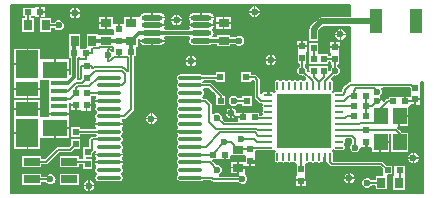
<source format=gtl>
%FSTAX23Y23*%
%MOMM*%
%SFA1B1*%

%IPPOS*%
%ADD10R,0.599999X0.499999*%
%ADD11R,0.499999X0.599999*%
%ADD12R,2.099996X1.474997*%
%ADD13R,1.379997X0.449999*%
%ADD14R,1.899996X1.174998*%
%ADD15R,1.899996X2.374995*%
%ADD16R,0.699999X0.899998*%
%ADD17R,0.899998X0.699999*%
%ADD18O,1.799996X0.449999*%
%ADD19O,2.099996X0.349999*%
%ADD20R,0.599999X0.599999*%
%ADD21R,1.149998X1.399997*%
%ADD22R,0.999998X1.999996*%
%ADD23R,1.399997X0.699999*%
%ADD24O,0.799998X0.200000*%
%ADD25O,0.200000X0.799998*%
%ADD26R,4.599991X4.599991*%
%ADD27C,0.200000*%
%ADD28C,0.299999*%
%ADD29C,0.499999*%
%ADD30C,0.599999*%
%ADD55C,0.127000*%
%LNusb_dongle_pcb-1*%
%LPD*%
G54D55*
X54186Y41336D02*
Y40391D01*
X5172*
X5161Y40377*
X51576Y40363*
X51503Y40333*
X51415Y40265*
X50759Y39609*
X50691Y39521*
X50662Y39448*
X50647Y39414*
X50633Y39304*
Y3872*
X50636Y38696*
Y38236*
X51513*
Y38696*
X51516Y3872*
Y39116*
X51907Y39508*
X54186*
Y34935*
Y34926*
X54153Y34892*
X54143*
X54064Y34877*
X54037Y34871*
X53947Y34811*
X53513Y34377*
X53453Y34287*
X53432Y34181*
Y34071*
X53403Y34042*
X52943*
X52837Y34021*
X52742Y33958*
X5276Y33985*
X52745Y33995*
X52735Y3401*
X52708Y33992*
X52771Y34087*
X52792Y34193*
Y34806*
X52771Y34912*
X52707Y35007*
X5267Y35032*
X52666Y35079*
X52677Y35138*
X5283Y35291*
X52899Y35282*
X53027Y35299*
X53146Y35348*
X53248Y35426*
X53326Y35528*
X53375Y35647*
X53392Y35774*
X53375Y35902*
X53326Y36021*
X53248Y36123*
X53146Y36201*
X53167Y36192*
Y36286*
X53313*
Y37199*
Y37273*
X53338Y37298*
Y37763*
X52411*
Y37261*
X52436*
Y37199*
Y37067*
X52388*
Y37263*
X51574*
X51582*
X51513Y37332*
Y38213*
X50636*
Y37299*
Y37199*
Y36286*
X51449*
X51574*
X52388*
Y36482*
X52436*
Y36286*
X52582*
Y36146*
X52551Y36123*
X52473Y36021*
X52424Y35902*
X52419Y35867*
X52388Y35869*
Y36263*
X51574*
X51484*
X51449*
X50636*
Y35737*
X50655Y35745*
X50595Y35792*
X50592Y35774*
X50575Y35902*
X50526Y36021*
X50448Y36123*
X50392Y36165*
Y36361*
X50538*
Y37274*
Y37348*
X50563Y37373*
Y37838*
X49636*
Y37336*
X49661*
Y37274*
Y36361*
X49807*
Y36165*
X49751Y36123*
X49673Y36021*
X49624Y35902*
X49607Y35774*
X49624Y35647*
X49673Y35528*
X49751Y35426*
X49853Y35348*
X49972Y35299*
X501Y35282*
X50169Y35291*
X50322Y35138*
X50333Y35079*
X50329Y35032*
X50292Y35007*
X50291Y35006*
X50208*
X50207Y35007*
X50112Y35071*
X49999Y35094*
X49887Y35071*
X49792Y35007*
X49791Y35006*
X49708*
X49707Y35007*
X49612Y35071*
X49499Y35094*
X49387Y35071*
X49292Y35007*
X49291Y35006*
X49208*
X49207Y35007*
X49112Y35071*
X48999Y35094*
X48887Y35071*
X48792Y35007*
X48791Y35006*
X48708*
X48707Y35007*
X48612Y35071*
X48499Y35094*
X48387Y35071*
X48292Y35007*
X48291Y35006*
X48208*
X48207Y35007*
X48112Y35071*
X47999Y35094*
X47887Y35071*
X47791Y35007*
X47728Y34912*
X47707Y34806*
Y34193*
X47728Y34087*
X47765Y34031*
X47753Y34002*
X47741Y33999*
X47672Y34045*
X47556Y34068*
X47261*
Y33813*
X47238*
Y34068*
X46943*
X46827Y34045*
X46724Y33975*
X46654Y33872*
X46652Y33861*
X46617Y33865*
Y34981*
X46602Y3506*
X46596Y35087*
X46536Y35177*
X46277Y35436*
X46187Y35496*
X46081Y35517*
X45863*
Y35713*
X44886*
Y34736*
X45863*
Y34932*
X45953*
X46032Y34853*
Y33518*
X46053Y33412*
X46113Y33322*
X46397Y33038*
X46487Y32978*
X46593Y32957*
X46663*
X46697Y32891*
X46678Y32862*
X46655Y32749*
X46678Y32637*
X46741Y32542*
X46743Y32541*
Y32458*
X46741Y32457*
X46678Y32362*
X46655Y32249*
X46678Y32137*
X46697Y32108*
X46663Y32042*
X46563*
Y32288*
X45649*
X45576*
X45551Y32313*
X45086*
Y31913*
X45063*
Y32313*
X44624*
X44599*
X446Y32309*
X44548Y32433*
X44466Y32541*
X44358Y32623*
X44234Y32675*
X44111Y32691*
Y32174*
Y31658*
X44234Y31674*
X44358Y31726*
X44466Y31808*
X44505Y3186*
X44561Y31841*
Y31542*
X43596*
X43408Y3173*
X43417Y31799*
X434Y31927*
X43351Y32046*
X43273Y32148*
X43171Y32226*
X43052Y32275*
X42924Y32292*
X42797Y32275*
X42678Y32226*
X42646Y32201*
X42579Y32232*
X42542Y32858*
X42521Y32962*
X42461Y33052*
X42077Y33436*
X41987Y33496*
X41881Y33517*
X4174*
X41755Y33506*
Y33593*
X41784Y33615*
X41842Y33691*
X41879Y3378*
X41891Y33874*
X41879Y33969*
X41842Y34058*
X41784Y34134*
X41755Y34156*
Y34163*
X41824Y34232*
X42153*
X42707Y33678*
X42711Y33687*
Y32761*
X43688*
Y33738*
X43466*
X43471Y33712*
X43411Y33802*
X42477Y34736*
X42387Y34796*
X42281Y34817*
X4174*
X41755Y34806*
Y34813*
X41824Y34882*
X42686*
Y34736*
X43663*
Y35713*
X42686*
Y35467*
X4174*
X41708Y35492*
X41619Y35529*
X41529Y35541*
X3977*
X3968Y35529*
X39591Y35492*
X39515Y35434*
X39457Y35358*
X3942Y35269*
X39408Y35174*
X3942Y3508*
X39457Y34991*
X39515Y34915*
X39544Y34893*
Y34806*
X39515Y34784*
X39457Y34708*
X3942Y34619*
X39408Y34524*
X3942Y3443*
X39457Y34341*
X39515Y34265*
X39544Y34243*
Y34156*
X39515Y34134*
X39457Y34058*
X3942Y33969*
X39408Y33874*
X3942Y3378*
X39457Y33691*
X39515Y33615*
X39544Y33593*
Y33506*
X39515Y33484*
X39457Y33408*
X3942Y33319*
X39408Y33224*
X3942Y3313*
X39457Y33041*
X39515Y32965*
X39544Y32943*
Y32856*
X39515Y32834*
X39457Y32758*
X3942Y32669*
X39408Y32574*
X3942Y3248*
X39457Y32391*
X39515Y32315*
X39544Y32293*
Y32206*
X39515Y32184*
X39457Y32108*
X3942Y32019*
X39408Y31924*
X3942Y3183*
X39457Y31741*
X39515Y31665*
X39544Y31643*
Y31556*
X39515Y31534*
X39457Y31458*
X3942Y31369*
X39408Y31274*
X3942Y3118*
X39457Y31091*
X39515Y31015*
X39523Y31009*
Y30922*
X39497Y30902*
X39435Y3082*
X39396Y30726*
X39384Y30636*
X40586*
Y30613*
X39384*
X39396Y30523*
X39435Y30429*
X39497Y30347*
X39523Y30327*
Y3024*
X39517Y30234*
X39457Y30158*
X3942Y30069*
X39408Y29974*
X3942Y2988*
X39457Y29791*
X39515Y29715*
X39544Y29693*
Y29606*
X39515Y29584*
X39457Y29508*
X3942Y29419*
X39408Y29324*
X3942Y2923*
X39457Y29141*
X39515Y29065*
X39544Y29043*
Y28956*
X39515Y28934*
X39457Y28858*
X3942Y28769*
X39408Y28674*
X3942Y2858*
X39457Y28491*
X39515Y28415*
X39544Y28393*
Y28306*
X39515Y28284*
X39457Y28208*
X3942Y28119*
X39408Y28024*
X3942Y2793*
X39457Y27841*
X39515Y27765*
X39544Y27743*
Y27656*
X39515Y27634*
X39457Y27558*
X3942Y27469*
X39408Y27374*
X3942Y2728*
X39457Y27191*
X39515Y27115*
X39544Y27093*
Y27006*
X39515Y26984*
X39457Y26908*
X3942Y26819*
X39408Y26724*
X3942Y2663*
X39457Y26541*
X39515Y26465*
X39591Y26407*
X3968Y2637*
X3977Y26358*
X41529*
X41619Y2637*
X41708Y26407*
X4174Y26432*
X42353*
X42397Y26388*
X42487Y26328*
X42593Y26307*
X44658*
X44701Y26251*
X44803Y26173*
X44922Y26124*
X45049Y26107*
X45177Y26124*
X45296Y26173*
X45398Y26251*
X45476Y26353*
X45525Y26472*
X45542Y26599*
X45525Y26727*
X45476Y26846*
X45398Y26948*
X45316Y27011*
X45316Y2701*
X45338Y27062*
Y27289*
Y27563*
X44686*
Y27027*
X44711Y26955*
X44701Y26948*
X44658Y26892*
X43154*
X43146Y26937*
X43171Y26948*
X43273Y27026*
X43351Y27128*
X434Y27247*
X43417Y27374*
X434Y27502*
X43351Y27621*
X43273Y27723*
X43171Y27801*
X43052Y2785*
X42924Y27867*
X42855Y27858*
X42537Y28176*
X42562Y28236*
X42999*
X43073*
X43098Y28211*
X43563*
Y28611*
X43586*
Y28211*
X44088*
Y28536*
X44099*
X45249*
X45261*
Y28574*
Y28151*
X45248Y28138*
X45218*
X44686*
Y27586*
X45338*
Y27611*
X45324*
X45381*
X45713*
Y28061*
X45788*
Y28136*
X46188*
Y28638*
X46163*
Y28699*
Y28957*
X47556*
X47662Y28978*
X47757Y29041*
X47739Y29014*
X47754Y29004*
X47764Y28989*
X47791Y29007*
X47728Y28912*
X47707Y28806*
Y28193*
X47728Y28087*
X47792Y27991*
X47887Y27928*
X47999Y27905*
X48112Y27928*
X48207Y27991*
X48208Y27993*
X48291*
X48292Y27991*
X48387Y27928*
X48499Y27905*
X48612Y27928*
X48707Y27991*
X48708Y27993*
X48791*
X48792Y27991*
X48887Y27928*
X48999Y27905*
X49112Y27928*
X49207Y27991*
X49208Y27993*
X49291*
X49292Y27991*
X49387Y27928*
X495Y27905*
X49491Y27904*
X49561Y27847*
Y27049*
Y26976*
X49536Y26951*
Y26486*
X50463*
Y26988*
X50438*
Y27049*
Y27847*
X50508Y27904*
X50499Y27905*
X50612Y27928*
X50707Y27991*
X50708Y27993*
X50791*
X50792Y27991*
X50887Y27928*
X50999Y27905*
X51112Y27928*
X51207Y27991*
X51208Y27993*
X51291*
X51292Y27991*
X51387Y27928*
X51499Y27905*
X51612Y27928*
X51697Y27984*
X51746Y28015*
X51774Y27974*
X51877Y27904*
X51988Y27882*
Y28436*
X52011*
Y27882*
X52122Y27904*
X52155Y27927*
X52231Y27895*
X52228Y27912*
X52288Y27822*
X52447Y27663*
X52537Y27603*
X52643Y27582*
X56703*
X56861Y27424*
Y26974*
Y26982*
X56792Y26913*
X56261*
Y26567*
X5599*
X55948Y26623*
X55846Y26701*
X55727Y2675*
X55599Y26767*
X55472Y2675*
X55353Y26701*
X55251Y26623*
X55173Y26521*
X55124Y26402*
X55107Y26274*
X55124Y26147*
X55173Y26028*
X55251Y25926*
X55353Y25848*
X55472Y25799*
X55599Y25782*
X55727Y25799*
X55846Y25848*
X55948Y25926*
X5599Y25982*
X56261*
Y25636*
X57338*
Y26849*
Y26842*
X57407Y26911*
X57838*
Y27788*
X57325*
X57027Y28086*
X56937Y28146*
X56831Y28167*
X52771*
X52792Y28146*
Y28499*
Y28806*
X52771Y28912*
X52708Y29007*
X52735Y28989*
X52745Y29004*
X5276Y29014*
X52742Y29041*
X52837Y28978*
X52943Y28957*
X53556*
X53662Y28978*
X53757Y29042*
X53821Y29137*
X53844Y29249*
X53821Y29362*
X53758Y29457*
X53756Y29458*
Y29541*
X53758Y29542*
X53821Y29637*
X53844Y29749*
X53821Y29862*
X53802Y29891*
X53836Y29957*
X54228*
X54282Y29903*
Y29665*
X54226Y29623*
X54148Y29521*
X54099Y29402*
X54082Y29274*
X54099Y29147*
X54148Y29028*
X54226Y28926*
X54328Y28848*
X54447Y28799*
X54574Y28782*
X54702Y28799*
X54821Y28848*
X54923Y28926*
X55001Y29028*
X5505Y29147*
X55059Y29211*
X55149*
X55538*
Y29661*
X55561*
Y29211*
X55918*
X55923*
X55961Y29173*
Y28811*
X56738*
Y29661*
X56813*
Y29736*
X57538*
Y30457*
X57586*
Y28836*
X59113*
Y30613*
X58587*
X58561Y30652*
X58252Y30961*
X58257Y30958*
X58274Y31011*
X58306Y31043*
X58336Y31861*
X58413*
Y31936*
X59138*
Y32668*
Y32711*
X59338*
Y32836*
X59299*
X59381*
X59688*
Y33286*
X59763*
Y33361*
X60163*
Y33863*
X60138*
Y33924*
Y34774*
Y34767*
X60207Y34836*
X60336*
Y25463*
X25463*
Y41336*
X54186*
X25476Y25501D02*
X60324D01*
X25476Y25603D02*
X60324D01*
X25476Y25704D02*
X56235D01*
X57353D02*
X60324D01*
X25476Y25806D02*
X55448D01*
X55752D02*
X56235D01*
X57353D02*
X60324D01*
X25476Y25907D02*
X5527D01*
X55956D02*
X56235D01*
X57353D02*
X60324D01*
X25476Y26009D02*
X55168D01*
X57353D02*
X60324D01*
X25476Y26111D02*
X55117D01*
X57353D02*
X60324D01*
X25476Y26212D02*
X44729D01*
X45364D02*
X55092D01*
X57353D02*
X60324D01*
X25476Y26314D02*
X4257D01*
X45465D02*
X55092D01*
X57353D02*
X60324D01*
X25476Y26415D02*
X39573D01*
X41732D02*
X42341D01*
X45516D02*
X55117D01*
X57353D02*
X60324D01*
X25476Y26517D02*
X39446D01*
X45567D02*
X49504D01*
X50495D02*
X55143D01*
X57353D02*
X60324D01*
X25476Y26619D02*
X39395D01*
X45567D02*
X49504D01*
X50495D02*
X55219D01*
X55981D02*
X56235D01*
X57353D02*
X60324D01*
X25476Y2672D02*
X39395D01*
X45542D02*
X49504D01*
X50495D02*
X55397D01*
X55829D02*
X56235D01*
X57353D02*
X60324D01*
X25476Y26822D02*
X39395D01*
X45516D02*
X49504D01*
X50495D02*
X56235D01*
X57353D02*
X60324D01*
X25476Y26923D02*
X39446D01*
X43179D02*
X44653D01*
X4544D02*
X49504D01*
X50495D02*
X56768D01*
X57861D02*
X60324D01*
X25476Y27025D02*
X39522D01*
X43306D02*
X44653D01*
X45364D02*
X49529D01*
X50469D02*
X56845D01*
X57861D02*
X60324D01*
X25476Y27127D02*
X39496D01*
X43383D02*
X44653D01*
X45364D02*
X49529D01*
X50469D02*
X56845D01*
X57861D02*
X60324D01*
X25476Y27228D02*
X3942D01*
X43433D02*
X44653D01*
X45364D02*
X49529D01*
X50469D02*
X56845D01*
X57861D02*
X60324D01*
X25476Y2733D02*
X39395D01*
X43433D02*
X44653D01*
X45364D02*
X49529D01*
X50469D02*
X56845D01*
X57861D02*
X60324D01*
X25476Y27431D02*
X39395D01*
X43433D02*
X44653D01*
X45364D02*
X49529D01*
X50469D02*
X56845D01*
X57861D02*
X60324D01*
X25476Y27533D02*
X3942D01*
X43433D02*
X44653D01*
X45364D02*
X49529D01*
X50469D02*
X56743D01*
X57861D02*
X60324D01*
X25476Y27635D02*
X39496D01*
X43383D02*
X44653D01*
X45745D02*
X49529D01*
X50469D02*
X52476D01*
X57861D02*
X60324D01*
X25476Y27736D02*
X39522D01*
X43281D02*
X44653D01*
X45745D02*
X49529D01*
X50469D02*
X52349D01*
X57861D02*
X60324D01*
X25476Y27838D02*
X3942D01*
X43078D02*
X44653D01*
X45745D02*
X49529D01*
X50469D02*
X52273D01*
X57302D02*
X60324D01*
X25476Y27939D02*
X39395D01*
X42798D02*
X44653D01*
X45745D02*
X47853D01*
X48132D02*
X48361D01*
X4864D02*
X48869D01*
X49148D02*
X49352D01*
X50647D02*
X5085D01*
X5113D02*
X51358D01*
X51638D02*
X5179D01*
X52019D02*
X51993D01*
X572D02*
X60324D01*
X25476Y28041D02*
X39395D01*
X42697D02*
X44653D01*
X45745D02*
X47751D01*
X52019D02*
X51993D01*
X57099D02*
X60324D01*
X25476Y28143D02*
X3942D01*
X42595D02*
X45237D01*
X46202D02*
X47701D01*
X52019D02*
X51993D01*
X56972D02*
X60324D01*
X25476Y28244D02*
X39446D01*
X43586D02*
X4356D01*
X44119D02*
X45237D01*
X46202D02*
X47675D01*
X52019D02*
X51993D01*
X52806D02*
X60324D01*
X25476Y28346D02*
X39522D01*
X43586D02*
X4356D01*
X44119D02*
X45237D01*
X46202D02*
X47675D01*
X52019D02*
X51993D01*
X52806D02*
X60324D01*
X25476Y28447D02*
X39471D01*
X43586D02*
X4356D01*
X44119D02*
X45237D01*
X46202D02*
X47675D01*
X52806D02*
X60324D01*
X25476Y28549D02*
X3942D01*
X43586D02*
X4356D01*
X46202D02*
X47675D01*
X52806D02*
X60324D01*
X25476Y28651D02*
X39395D01*
X46177D02*
X47675D01*
X52806D02*
X60324D01*
X25476Y28752D02*
X39395D01*
X46177D02*
X47675D01*
X52806D02*
X60324D01*
X25476Y28854D02*
X3942D01*
X46177D02*
X47701D01*
X52806D02*
X54305D01*
X54838D02*
X5593D01*
X56768D02*
X57556D01*
X59131D02*
X60324D01*
X25476Y28955D02*
X39522D01*
X47574D02*
X47751D01*
X52781D02*
X52908D01*
X53593D02*
X54203D01*
X54965D02*
X5593D01*
X56768D02*
X57556D01*
X59131D02*
X60324D01*
X25476Y29057D02*
X39496D01*
X53797D02*
X54127D01*
X55041D02*
X5593D01*
X56768D02*
X57556D01*
X59131D02*
X60324D01*
X25476Y29159D02*
X3942D01*
X53873D02*
X54076D01*
X55067D02*
X5593D01*
X56768D02*
X57556D01*
X59131D02*
X60324D01*
X25476Y2926D02*
X39395D01*
X53873D02*
X54076D01*
X56768D02*
X57556D01*
X59131D02*
X60324D01*
X25476Y29362D02*
X39395D01*
X53847D02*
X54076D01*
X56768D02*
X57556D01*
X59131D02*
X60324D01*
X25476Y29463D02*
X3942D01*
X53771D02*
X54101D01*
X56768D02*
X57556D01*
X59131D02*
X60324D01*
X25476Y29565D02*
X39471D01*
X53797D02*
X54178D01*
X56768D02*
X57556D01*
X59131D02*
X60324D01*
X25476Y29667D02*
X39522D01*
X53873D02*
X54254D01*
X56845D02*
X57556D01*
X59131D02*
X60324D01*
X25476Y29768D02*
X39446D01*
X53873D02*
X54254D01*
X57556D02*
D01*
X59131D02*
X60324D01*
X25476Y2987D02*
X39395D01*
X53847D02*
X54254D01*
X57556D02*
D01*
X59131D02*
X60324D01*
X25476Y29971D02*
X39395D01*
X57556D02*
D01*
X59131D02*
X60324D01*
X25476Y30073D02*
X39395D01*
X57556D02*
D01*
X59131D02*
X60324D01*
X25476Y30175D02*
X39446D01*
X57556D02*
D01*
X59131D02*
X60324D01*
X25476Y30276D02*
X39496D01*
X57556D02*
D01*
X59131D02*
X60324D01*
X25476Y30378D02*
X39471D01*
X57556D02*
D01*
X59131D02*
X60324D01*
X25476Y30479D02*
X39395D01*
X59131D02*
X60324D01*
X25476Y30581D02*
X39369D01*
X59131D02*
X60324D01*
X25476Y30683D02*
X39369D01*
X58572D02*
X60324D01*
X25476Y30784D02*
X3942D01*
X5847D02*
X60324D01*
X25476Y30886D02*
X39471D01*
X58369D02*
X60324D01*
X25476Y30987D02*
X39496D01*
X58292D02*
X60324D01*
X25476Y31089D02*
X3942D01*
X58369D02*
X60324D01*
X25476Y31191D02*
X39395D01*
X58369D02*
X60324D01*
X25476Y31292D02*
X39395D01*
X58369D02*
X60324D01*
X25476Y31394D02*
X3942D01*
X58369D02*
X60324D01*
X25476Y31495D02*
X39446D01*
X58369D02*
X60324D01*
X25476Y31597D02*
X39522D01*
X4356D02*
X44526D01*
X58369D02*
X60324D01*
X25476Y31699D02*
X39471D01*
X43459D02*
X44094D01*
X44322D02*
X44526D01*
X58369D02*
X60324D01*
X25476Y318D02*
X3942D01*
X43433D02*
X44094D01*
X445D02*
X44526D01*
X58369D02*
X60324D01*
X25476Y31902D02*
X39395D01*
X43433D02*
X44094D01*
X45084D02*
X45059D01*
X58445D02*
X60324D01*
X25476Y32003D02*
X39395D01*
X43408D02*
X44094D01*
X45084D02*
X45059D01*
X59156D02*
X60324D01*
X25476Y32105D02*
X3942D01*
X43357D02*
X44094D01*
X45084D02*
X45059D01*
X46583D02*
X46659D01*
X59156D02*
X60324D01*
X25476Y32207D02*
X39522D01*
X43256D02*
X44094D01*
X45084D02*
X45059D01*
X46583D02*
X46659D01*
X59156D02*
X60324D01*
X25476Y32308D02*
X39496D01*
X42595D02*
X44094D01*
X44627D02*
X46659D01*
X59156D02*
X60324D01*
X25476Y3241D02*
X3942D01*
X42595D02*
X44094D01*
X44602D02*
X46685D01*
X59156D02*
X60324D01*
X25476Y32511D02*
X39395D01*
X42595D02*
X44094D01*
X44526D02*
X4671D01*
X59156D02*
X60324D01*
X25476Y32613D02*
X39395D01*
X42595D02*
X44094D01*
X44373D02*
X46685D01*
X59156D02*
X60324D01*
X25476Y32715D02*
X3942D01*
X42595D02*
X46659D01*
X59359D02*
X60324D01*
X25476Y32816D02*
X39471D01*
X42595D02*
X42697D01*
X43713D02*
X46659D01*
X59359D02*
X60324D01*
X25476Y32918D02*
X39522D01*
X4257D02*
X42697D01*
X43713D02*
X46659D01*
X59715D02*
X60324D01*
X25476Y33019D02*
X39446D01*
X42519D02*
X42697D01*
X43713D02*
X46405D01*
X59715D02*
X60324D01*
X25476Y33121D02*
X39395D01*
X42417D02*
X42697D01*
X43713D02*
X46304D01*
X59715D02*
X60324D01*
X25476Y33223D02*
X39395D01*
X42316D02*
X42697D01*
X43713D02*
X46202D01*
X59715D02*
X60324D01*
X25476Y33324D02*
X39395D01*
X42214D02*
X42697D01*
X43713D02*
X46075D01*
X59791D02*
X60324D01*
X25476Y33426D02*
X39446D01*
X42113D02*
X42697D01*
X43713D02*
X46024D01*
X60197D02*
X60324D01*
X25476Y33527D02*
X39522D01*
X41782D02*
X42697D01*
X43713D02*
X45999D01*
X60197D02*
X60324D01*
X25476Y33629D02*
X39471D01*
X41833D02*
X42697D01*
X43713D02*
X45999D01*
X60197D02*
X60324D01*
X25476Y33731D02*
X3942D01*
X41884D02*
X42646D01*
X43484D02*
X45999D01*
X60197D02*
X60324D01*
X25476Y33832D02*
X39395D01*
X41909D02*
X42544D01*
X43408D02*
X45999D01*
X47269D02*
X47243D01*
X60197D02*
X60324D01*
X25476Y33934D02*
X39395D01*
X41909D02*
X42443D01*
X43306D02*
X45999D01*
X46634D02*
X46685D01*
X47269D02*
X47243D01*
X60172D02*
X60324D01*
X25476Y34035D02*
X3942D01*
X41884D02*
X42341D01*
X43205D02*
X45999D01*
X46634D02*
X46812D01*
X47269D02*
X47243D01*
X47701D02*
X47751D01*
X52781D02*
X5339D01*
X60172D02*
X60324D01*
X25476Y34137D02*
X39496D01*
X41808D02*
X4224D01*
X43103D02*
X45999D01*
X46634D02*
X47701D01*
X52806D02*
X53416D01*
X60172D02*
X60324D01*
X25476Y34239D02*
X39522D01*
X43002D02*
X45999D01*
X46634D02*
X47675D01*
X52806D02*
X53416D01*
X60172D02*
X60324D01*
X25476Y3434D02*
X3942D01*
X429D02*
X45999D01*
X46634D02*
X47675D01*
X52806D02*
X53466D01*
X60172D02*
X60324D01*
X25476Y34442D02*
X39395D01*
X42798D02*
X45999D01*
X46634D02*
X47675D01*
X52806D02*
X53568D01*
X60172D02*
X60324D01*
X25476Y34543D02*
X39395D01*
X42697D02*
X45999D01*
X46634D02*
X47675D01*
X52806D02*
X5367D01*
X60172D02*
X60324D01*
X25476Y34645D02*
X3942D01*
X42595D02*
X45999D01*
X46634D02*
X47675D01*
X52806D02*
X53771D01*
X60172D02*
X60324D01*
X25476Y34747D02*
X39471D01*
X42494D02*
X42671D01*
X43687D02*
X44856D01*
X45897D02*
X45999D01*
X46634D02*
X47675D01*
X52806D02*
X53873D01*
X60172D02*
X60324D01*
X25476Y34848D02*
X39522D01*
X41833D02*
X42671D01*
X43687D02*
X44856D01*
X45897D02*
X45999D01*
X46634D02*
X47701D01*
X52806D02*
X53974D01*
X25476Y3495D02*
X39471D01*
X43687D02*
X44856D01*
X46634D02*
X47726D01*
X52781D02*
X54152D01*
X25476Y35051D02*
X3942D01*
X43687D02*
X44856D01*
X46634D02*
X47828D01*
X48183D02*
X48336D01*
X48691D02*
X48844D01*
X49174D02*
X49326D01*
X49682D02*
X49834D01*
X5019D02*
X50317D01*
X52704D02*
X54152D01*
X25476Y35153D02*
X39395D01*
X43687D02*
X44856D01*
X46583D02*
X50266D01*
X5273D02*
X54152D01*
X25476Y35255D02*
X39395D01*
X43687D02*
X44856D01*
X46481D02*
X50164D01*
X52831D02*
X54152D01*
X25476Y35356D02*
X3942D01*
X43687D02*
X44856D01*
X4638D02*
X49834D01*
X53162D02*
X54152D01*
X25476Y35458D02*
X39547D01*
X41757D02*
X42671D01*
X43687D02*
X44856D01*
X46278D02*
X49733D01*
X53289D02*
X54152D01*
X25476Y35559D02*
X42671D01*
X43687D02*
X44856D01*
X45897D02*
X49656D01*
X53365D02*
X54152D01*
X25476Y35661D02*
X42671D01*
X43687D02*
X44856D01*
X45897D02*
X49606D01*
X53416D02*
X54152D01*
X25476Y35763D02*
X4958D01*
X50647D02*
X50622D01*
X53416D02*
X54152D01*
X25476Y35864D02*
X49606D01*
X50622D02*
D01*
X52425D02*
X524D01*
X53416D02*
X54152D01*
X25476Y35966D02*
X49656D01*
X50571D02*
X50622D01*
X52425D02*
X5245D01*
X53365D02*
X54152D01*
X25476Y36067D02*
X49707D01*
X5052D02*
X50622D01*
X52425D02*
X52501D01*
X53314D02*
X54152D01*
X25476Y36169D02*
X49783D01*
X50418D02*
X50622D01*
X52425D02*
X52552D01*
X53212D02*
X54152D01*
X25476Y36271D02*
X49783D01*
X50418D02*
X52552D01*
X53187D02*
X54152D01*
X25476Y36372D02*
X49631D01*
X50571D02*
X50622D01*
X52425D02*
X524D01*
X53339D02*
X54152D01*
X25476Y36474D02*
X49631D01*
X50571D02*
X50622D01*
X53339D02*
X54152D01*
X25476Y36575D02*
X49631D01*
X50571D02*
X50622D01*
X53339D02*
X54152D01*
X25476Y36677D02*
X49631D01*
X50571D02*
X50622D01*
X53339D02*
X54152D01*
X25476Y36779D02*
X49631D01*
X50571D02*
X50622D01*
X53339D02*
X54152D01*
X25476Y3688D02*
X49631D01*
X50571D02*
X50622D01*
X53339D02*
X54152D01*
X25476Y36982D02*
X49631D01*
X50571D02*
X50622D01*
X53339D02*
X54152D01*
X25476Y37083D02*
X49631D01*
X50571D02*
X50622D01*
X52425D02*
X524D01*
X53339D02*
X54152D01*
X25476Y37185D02*
X49631D01*
X50571D02*
X50622D01*
X52425D02*
X524D01*
X53339D02*
X54152D01*
X25476Y37287D02*
X49631D01*
X50571D02*
X50622D01*
X51587D02*
X52374D01*
X53365D02*
X54152D01*
X25476Y37388D02*
X49606D01*
X50596D02*
X50622D01*
X51536D02*
X52374D01*
X53365D02*
X54152D01*
X25476Y3749D02*
X49606D01*
X50596D02*
X50622D01*
X51536D02*
X52374D01*
X53365D02*
X54152D01*
X25476Y37591D02*
X49606D01*
X50596D02*
X50622D01*
X51536D02*
X52374D01*
X53365D02*
X54152D01*
X25476Y37693D02*
X49606D01*
X50596D02*
X50622D01*
X51536D02*
X52374D01*
X53365D02*
X54152D01*
X25476Y37795D02*
X49606D01*
X50596D02*
X50622D01*
X51536D02*
X54152D01*
X25476Y37896D02*
X50622D01*
X51536D02*
X54152D01*
X25476Y37998D02*
X50622D01*
X51536D02*
X54152D01*
X25476Y38099D02*
X50622D01*
X51536D02*
X54152D01*
X25476Y38201D02*
X54152D01*
X25476Y38303D02*
X50622D01*
X51536D02*
X54152D01*
X25476Y38404D02*
X50622D01*
X51536D02*
X54152D01*
X25476Y38506D02*
X50622D01*
X51536D02*
X54152D01*
X25476Y38607D02*
X50622D01*
X51536D02*
X54152D01*
X25476Y38709D02*
X50596D01*
X51536D02*
X54152D01*
X25476Y38811D02*
X50596D01*
X51536D02*
X54152D01*
X25476Y38912D02*
X50596D01*
X51536D02*
X54152D01*
X25476Y39014D02*
X50596D01*
X51536D02*
X54152D01*
X25476Y39115D02*
X50596D01*
X51536D02*
X54152D01*
X25476Y39217D02*
X50596D01*
X51663D02*
X54152D01*
X25476Y39319D02*
X50622D01*
X51765D02*
X54152D01*
X25476Y3942D02*
X50622D01*
X51866D02*
X54152D01*
X25476Y39522D02*
X50672D01*
X25476Y39623D02*
X50749D01*
X25476Y39725D02*
X5085D01*
X25476Y39827D02*
X50952D01*
X25476Y39928D02*
X51053D01*
X25476Y4003D02*
X51155D01*
X25476Y40131D02*
X51257D01*
X25476Y40233D02*
X51358D01*
X25476Y40335D02*
X51485D01*
X25476Y40436D02*
X54152D01*
X25476Y40538D02*
X54152D01*
X25476Y40639D02*
X54152D01*
X25476Y40741D02*
X54152D01*
X25476Y40843D02*
X54152D01*
X25476Y40944D02*
X54152D01*
X25476Y41046D02*
X54152D01*
X25476Y41147D02*
X54152D01*
X25476Y41249D02*
X54152D01*
X59261Y34249D02*
Y33924D01*
Y33851*
X59236Y33826*
Y33626*
X59248Y33638*
X59193*
X58836*
Y33238*
X58813*
Y33638*
X58311*
Y33613*
X58249*
X57336*
Y33467*
X57236Y33446*
X57147Y33386*
X56998Y33238*
X56931Y3326*
X56925Y33309*
X56873Y33433*
X56797Y33532*
X56792Y33546*
Y33627*
X56823Y33651*
X56901Y33753*
X5695Y33872*
X56967Y33999*
X5695Y34127*
X56901Y34246*
X56903Y34243*
X56935Y34307*
X59203*
X59261Y34249*
X56946Y33299D02*
X57048D01*
X58826D02*
X588D01*
X56921Y334D02*
X57149D01*
X58826D02*
X588D01*
X56845Y33502D02*
X57302D01*
X58826D02*
X588D01*
X56819Y33604D02*
X58292D01*
X58826D02*
X588D01*
X56895Y33705D02*
X59207D01*
X56946Y33807D02*
X59207D01*
X56997Y33908D02*
X59258D01*
X56997Y3401D02*
X59258D01*
X56997Y34112D02*
X59258D01*
X56946Y34213D02*
X59258D01*
X31165Y35128D02*
X31368D01*
X31165Y35229D02*
X31394D01*
X31165Y35331D02*
X31394D01*
X31165Y35432D02*
X31394D01*
X31165Y35534D02*
X31394D01*
X31165Y35636D02*
X31394D01*
X31165Y35737D02*
X31368D01*
X31165Y35839D02*
X31368D01*
X35204D02*
X35331D01*
X31165Y3594D02*
X31368D01*
X35102D02*
X35331D01*
X31165Y36042D02*
X31368D01*
X32334D02*
X3241D01*
X3495D02*
X35331D01*
X31165Y36144D02*
X31368D01*
X32334D02*
X35331D01*
X31165Y36245D02*
X35331D01*
X31165Y36347D02*
X35331D01*
X31165Y36448D02*
X35331D01*
X31165Y3655D02*
X35331D01*
X31165Y36652D02*
X33629D01*
X33934D02*
X35331D01*
X31165Y36753D02*
X33629D01*
X34061D02*
X35331D01*
X31826Y36855D02*
X33629D01*
X34137D02*
X35331D01*
X31826Y36956D02*
X33629D01*
X34645D02*
X3462D01*
X31826Y37058D02*
X33629D01*
X34645D02*
X3462D01*
X31826Y3716D02*
X33629D01*
X34645D02*
X3462D01*
X32334Y37261D02*
X33629D01*
X34645D02*
X3462D01*
X32334Y37363D02*
X33629D01*
X32334Y37464D02*
X33629D01*
X32334Y37566D02*
X33629D01*
X33883D02*
X34086D01*
X32384Y37668D02*
X34086D01*
%LNusb_dongle_pcb-2*%
%LPC*%
G36*
X37274Y32168D02*
X37232Y32163D01*
X37123Y32118*
X37028Y32045*
X36956Y31951*
X36911Y31842*
X36905Y31799*
X37274*
Y32168*
G37*
G36*
X37424D02*
Y31799D01*
X37793*
X37788Y31842*
X37743Y31951*
X3767Y32045*
X37576Y32118*
X37467Y32163*
X37424Y32168*
G37*
G36*
X32249Y32774D02*
X31924D01*
Y32399*
X32249*
Y32774*
G37*
G36*
X44024Y32618D02*
X43982Y32613D01*
X43873Y32568*
X43779Y32495*
X43706Y32401*
X43661Y32292*
X43655Y32249*
X44024*
Y32618*
G37*
G36*
X27949Y32487D02*
X25749D01*
Y31931*
Y31824*
Y31718*
Y30562*
X26849*
Y30487*
X26924*
Y29149*
X27949*
Y30049*
X28056*
X29074*
Y30937*
X29149*
Y31012*
X30349*
Y31824*
Y32024*
X28669*
Y31931*
X28563Y31824*
X27949*
Y31931*
Y32487*
G37*
G36*
X44024Y32099D02*
X43655D01*
X43661Y32057*
X43706Y31948*
X43779Y31854*
X43873Y31781*
X43982Y31736*
X44024Y3173*
Y32099*
G37*
G36*
X34942Y31199D02*
X32557D01*
X32558Y3119*
X32591Y31111*
X32643Y31043*
X32687Y31009*
Y30947*
X32655Y30854*
X31299*
Y30974*
X30549*
Y30124*
X31299*
Y30395*
X32681*
X32707Y30374*
Y3031*
X32601Y30204*
X32374*
X32287Y30186*
X32212Y30137*
X32112Y30037*
X32062Y29962*
X32045Y29874*
Y29299*
X31574*
Y28449*
Y2841*
X31468Y28304*
X31224*
Y28549*
X29574*
Y27599*
X31224*
Y27845*
X31574*
Y27449*
X32324*
Y28299*
X3188*
X31779Y28411*
X31783Y28449*
X32324*
Y28775*
X32437Y28887*
X3247Y28937*
X32486Y28962*
X32504Y29049*
Y29081*
X32565Y29102*
X32687Y29015*
Y2894*
X32643Y28906*
X32591Y28838*
X32558Y28759*
X32557Y28749*
X34942*
X34941Y28759*
X34908Y28838*
X34856Y28906*
X34812Y2894*
Y2909*
X34838Y2911*
X34887Y29173*
X34917Y29246*
X34927Y29324*
X34917Y29403*
X34887Y29476*
X34838Y29538*
X34791Y29574*
Y29724*
X34838Y2976*
X34887Y29823*
X34917Y29896*
X34927Y29974*
X34917Y30053*
X34887Y30126*
X34838Y30188*
X34791Y30224*
Y30374*
X34838Y3041*
X34887Y30473*
X34917Y30546*
X34927Y30624*
X34917Y30703*
X34887Y30776*
X34838Y30838*
X34812Y30859*
Y31009*
X34856Y31043*
X34908Y31111*
X34941Y3119*
X34942Y31199*
G37*
G36*
X30349Y30862D02*
X29224D01*
Y30049*
X30349*
Y30862*
G37*
G36*
X59074Y31849D02*
X58424D01*
Y31074*
X59074*
Y31849*
G37*
G36*
X37793Y31649D02*
X37424D01*
Y3128*
X37467Y31286*
X37576Y31331*
X3767Y31404*
X37743Y31498*
X37788Y31607*
X37793Y31649*
G37*
G36*
X37274D02*
X36905D01*
X36911Y31607*
X36956Y31498*
X37028Y31404*
X37123Y31331*
X37232Y31286*
X37274Y3128*
Y31649*
G37*
G36*
X30349Y36749D02*
X29224D01*
Y35937*
X30349*
Y36749*
G37*
G36*
X26774Y34162D02*
X25749D01*
Y33499*
X26774*
Y34162*
G37*
G36*
X40624Y36524D02*
X40255D01*
X40261Y36482*
X40306Y36373*
X40379Y36279*
X40473Y36206*
X40582Y36161*
X40624Y36155*
Y36524*
G37*
G36*
X47374Y36599D02*
X47005D01*
X47011Y36557*
X47056Y36448*
X47129Y36353*
X47223Y36281*
X47332Y36236*
X47374Y3623*
Y36599*
G37*
G36*
X41143Y36524D02*
X40774D01*
Y36155*
X40817Y36161*
X40926Y36206*
X4102Y36279*
X41093Y36373*
X41138Y36482*
X41143Y36524*
G37*
G36*
X27949Y34162D02*
X26924D01*
Y33499*
X27949*
Y34162*
G37*
G36*
X26774Y33299D02*
X25749D01*
Y32637*
X26774*
Y33299*
G37*
G36*
X30899Y32824D02*
X30543D01*
X30574Y32667*
Y32449*
X30899*
Y32824*
G37*
G36*
X27949Y33299D02*
X26924D01*
Y32637*
X27949*
Y33299*
G37*
G36*
X45824Y33674D02*
X44974D01*
Y33454*
X44659*
X44603Y33528*
X44514Y33596*
X4441Y33639*
X44299Y33653*
X44188Y33639*
X44085Y33596*
X43996Y33528*
X43928Y33439*
X43885Y33335*
X43871Y33224*
X43885Y33114*
X43928Y3301*
X43996Y32921*
X44085Y32853*
X44188Y3281*
X44299Y32796*
X4441Y3281*
X44514Y32853*
X44603Y32921*
X44659Y32995*
X44974*
Y32824*
X45824*
Y33674*
G37*
G36*
X60099Y33274D02*
X59774D01*
Y32899*
X60099*
Y33274*
G37*
G36*
X26774Y30412D02*
X25749D01*
Y29149*
X26774*
Y30412*
G37*
G36*
X28024Y27049D02*
X26374D01*
Y26099*
X28024*
Y26345*
X28459*
X28496Y26296*
X28585Y26228*
X28689Y26185*
X28799Y26171*
X2891Y26185*
X29014Y26228*
X29103Y26296*
X29171Y26385*
X29214Y26488*
X29228Y26599*
X29214Y2671*
X29171Y26814*
X29103Y26903*
X29014Y26971*
X2891Y27014*
X28799Y27028*
X28689Y27014*
X28585Y26971*
X28496Y26903*
X28428Y26814*
X28424Y26804*
X28024*
Y27049*
G37*
G36*
X32124Y26493D02*
Y26124D01*
X32493*
X32488Y26167*
X32443Y26276*
X3237Y2637*
X32276Y26443*
X32167Y26488*
X32124Y26493*
G37*
G36*
X31974D02*
X31932Y26488D01*
X31823Y26443*
X31729Y2637*
X31656Y26276*
X31611Y26167*
X31605Y26124*
X31974*
Y26493*
G37*
G36*
X34942Y27949D02*
X32557D01*
X32558Y2794*
X32591Y27861*
X32643Y27793*
X32687Y27759*
Y27609*
X3266Y27588*
X32612Y27526*
X32582Y27453*
X32572Y27374*
X32582Y27296*
X32612Y27223*
X3266Y2716*
X32707Y27124*
Y26974*
X3266Y26938*
X32612Y26876*
X32582Y26803*
X32572Y26724*
X32582Y26646*
X32612Y26573*
X3266Y2651*
X32723Y26462*
X32796Y26432*
X32874Y26422*
X34624*
X34703Y26432*
X34776Y26462*
X34838Y2651*
X34887Y26573*
X34917Y26646*
X34927Y26724*
X34917Y26803*
X34887Y26876*
X34838Y26938*
X34791Y26974*
Y27124*
X34838Y2716*
X34887Y27223*
X34917Y27296*
X34927Y27374*
X34917Y27453*
X34887Y27526*
X34838Y27588*
X34812Y27609*
Y27759*
X34856Y27793*
X34908Y27861*
X34941Y2794*
X34942Y27949*
G37*
G36*
X54543Y26599D02*
X54174D01*
Y2623*
X54217Y26236*
X54326Y26281*
X5442Y26354*
X54493Y26448*
X54538Y26557*
X54543Y26599*
G37*
G36*
X54024D02*
X53655D01*
X53661Y26557*
X53706Y26448*
X53779Y26354*
X53873Y26281*
X53982Y26236*
X54024Y2623*
Y26599*
G37*
G36*
X58774Y27724D02*
X57924D01*
Y26974*
Y26949*
X57824Y26849*
Y25699*
X58774*
Y26849*
Y26974*
Y27724*
G37*
G36*
X32493Y25974D02*
X32124D01*
Y25605*
X32167Y25611*
X32276Y25656*
X3237Y25729*
X32443Y25823*
X32488Y25932*
X32493Y25974*
G37*
G36*
X31974D02*
X31605D01*
X31611Y25932*
X31656Y25823*
X31729Y25729*
X31823Y25656*
X31932Y25611*
X31974Y25605*
Y25974*
G37*
G36*
X31224Y27049D02*
X29574D01*
Y26099*
X31224*
Y27049*
G37*
G36*
X50399Y26399D02*
X50074D01*
Y26024*
X50399*
Y26399*
G37*
G36*
X49924D02*
X49599D01*
Y26024*
X49924*
Y26399*
G37*
G36*
X31299Y29974D02*
X30549D01*
Y29499*
X30379Y29329*
X29424*
X29337Y29311*
X29262Y29262*
X28304Y28304*
X28024*
Y28549*
X26374*
Y27599*
X28024*
Y27845*
X28399*
X28487Y27863*
X28562Y27912*
X29519Y2887*
X30474*
X30562Y28888*
X30637Y28937*
X30824Y29124*
X31299*
Y29974*
G37*
G36*
X34942Y28599D02*
X32557D01*
X32558Y2859*
X32591Y28511*
X32643Y28443*
X32666Y28424*
Y28274*
X32643Y28256*
X32591Y28188*
X32558Y28109*
X32557Y28099*
X34942*
X34941Y28109*
X34908Y28188*
X34856Y28256*
X34833Y28274*
Y28424*
X34856Y28443*
X34908Y28511*
X34941Y2859*
X34942Y28599*
G37*
G36*
X59968Y28324D02*
X59599D01*
Y27955*
X59642Y27961*
X59751Y28006*
X59845Y28079*
X59918Y28173*
X59963Y28282*
X59968Y28324*
G37*
G36*
X57474Y29649D02*
X56824D01*
Y28874*
X57474*
Y29649*
G37*
G36*
X59599Y28843D02*
Y28474D01*
X59968*
X59963Y28517*
X59918Y28626*
X59845Y2872*
X59751Y28793*
X59642Y28838*
X59599Y28843*
G37*
G36*
X59449D02*
X59407Y28838D01*
X59298Y28793*
X59203Y2872*
X59131Y28626*
X59086Y28517*
X5908Y28474*
X59449*
Y28843*
G37*
G36*
X44599Y27499D02*
X44074D01*
Y27074*
X44599*
Y27499*
G37*
G36*
X54174Y27118D02*
Y26749D01*
X54543*
X54538Y26792*
X54493Y26901*
X5442Y26995*
X54326Y27068*
X54217Y27113*
X54174Y27118*
G37*
G36*
X54024D02*
X53982Y27113D01*
X53873Y27068*
X53779Y26995*
X53706Y26901*
X53661Y26792*
X53655Y26749*
X54024*
Y27118*
G37*
G36*
X59449Y28324D02*
X5908D01*
X59086Y28282*
X59131Y28173*
X59203Y28079*
X59298Y28006*
X59407Y27961*
X59449Y27955*
Y28324*
G37*
G36*
X46124Y28049D02*
X45799D01*
Y27674*
X46124*
Y28049*
G37*
G36*
X44599Y28074D02*
X44074D01*
Y27649*
X44599*
Y28074*
G37*
G36*
X39549Y40518D02*
Y40149D01*
X39918*
X39913Y40192*
X39868Y40301*
X39795Y40395*
X39701Y40468*
X39592Y40513*
X39549Y40518*
G37*
G36*
X39399D02*
X39357Y40513D01*
X39248Y40468*
X39154Y40395*
X39081Y40301*
X39036Y40192*
X3903Y40149*
X39399*
Y40518*
G37*
G36*
X44049Y40324D02*
X43524D01*
Y39899*
X44049*
Y40324*
G37*
G36*
X37349Y40653D02*
X36749D01*
X36652Y4064*
X3656Y40602*
X36482Y40542*
X36422Y40464*
X36384Y40372*
X36375Y40299*
X36374*
X36224*
X36221*
X35699*
Y39799*
X35549*
Y40299*
X35024*
Y39799*
X34974Y39749*
X34918*
X34649*
Y39299*
X34499*
Y39749*
X34206*
X34174*
X34099Y39824*
Y40299*
X33574*
Y39799*
Y39299*
X34068*
X34099*
X34174Y39224*
Y38849*
Y38774*
X34074*
X32924*
X32824Y38874*
Y38899*
X31874*
Y37756*
Y37749*
X31774Y37649*
X31349*
X31324*
Y37749*
Y38899*
X30374*
Y37749*
Y37624*
Y36874*
X30522*
Y35426*
X30397Y35343*
X30349Y35363*
Y35787*
X29149*
Y35862*
X29074*
Y36749*
X28056*
X27949*
Y37649*
X26924*
Y36312*
X26849*
Y36237*
X25749*
Y35081*
Y34974*
Y34868*
Y34312*
X27949*
Y34974*
X28056*
X28694*
Y34349*
Y33699*
Y33049*
Y32474*
X28669*
Y32174*
X30349*
Y32474*
X30324*
Y33049*
Y3317*
X30474*
X30513Y32974*
X30974*
Y32899*
X31049*
Y32449*
X31343*
X31374*
X31449Y32399*
X31481*
X31774*
Y32849*
X31849*
Y32924*
X32249*
Y33299*
X32224*
Y33424*
Y33645*
X32655*
X32687Y33552*
Y3349*
X32643Y33456*
X32591Y33388*
X32558Y33309*
X32557Y33299*
X33749*
Y33149*
X32557*
X32558Y3314*
X32591Y33061*
X32643Y32993*
X32687Y32959*
Y32809*
X3266Y32788*
X32612Y32726*
X32582Y32653*
X32572Y32574*
X32582Y32496*
X32612Y32423*
X3266Y3236*
X32707Y32324*
Y32174*
X3266Y32138*
X32612Y32076*
X32582Y32003*
X32572Y31924*
X32582Y31846*
X32612Y31773*
X3266Y3171*
X32687Y3169*
Y3154*
X32643Y31506*
X32591Y31438*
X32558Y31359*
X32557Y31349*
X34942*
X34941Y31359*
X34908Y31438*
X34856Y31506*
X34812Y3154*
Y31602*
X34844Y31695*
X35024*
X35112Y31713*
X35187Y31762*
X35787Y32362*
X35836Y32437*
X35854Y32524*
Y36999*
X36049*
Y37749*
X36124Y37824*
X36199*
Y38466*
X36332Y38537*
X3641Y38485*
X36384Y38422*
X36381Y38399*
X38468*
X38465Y38422*
X38427Y38514*
X38389Y38563*
X38456Y38697*
X40555*
X40609Y38627*
X40641Y38563*
X40594Y38501*
X40558Y38416*
X40546Y38324*
X40558Y38233*
X40594Y38148*
X4065Y38075*
X40723Y38019*
X40808Y37983*
X40899Y37971*
X42249*
X42341Y37983*
X42426Y38019*
X42463Y38047*
X42874*
Y37849*
X44024*
Y38047*
X44452*
X44471Y38021*
X4456Y37953*
X44664Y3791*
X44774Y37896*
X44885Y3791*
X44989Y37953*
X45078Y38021*
X45146Y3811*
X45189Y38214*
X45203Y38324*
X45189Y38435*
X45146Y38539*
X45078Y38628*
X44989Y38696*
X44885Y38739*
X44774Y38753*
X44664Y38739*
X4456Y38696*
X44471Y38628*
X44452Y38602*
X44024*
Y38799*
X42874*
Y38602*
X42593*
X4254Y38672*
X42508Y38736*
X42555Y38798*
X4259Y38883*
X42602Y38974*
X4259Y39066*
X42555Y39151*
X42499Y39224*
X42439Y39297*
X42517Y39357*
X42577Y39435*
X42615Y39527*
X42618Y39549*
X40531*
X40534Y39527*
X40572Y39435*
X40609Y39386*
X40543Y39252*
X38456*
X38389Y39386*
X38427Y39435*
X38465Y39527*
X38468Y39549*
X37424*
Y39699*
X38468*
X38465Y39722*
X38427Y39814*
X38367Y39892*
Y40007*
X38427Y40085*
X38465Y40177*
X38468Y40199*
X37424*
Y40274*
X37349*
Y40653*
G37*
G36*
X31318Y40599D02*
X30949D01*
Y4023*
X30992Y40236*
X31101Y40281*
X31195Y40354*
X31268Y40448*
X31313Y40557*
X31318Y40599*
G37*
G36*
X30799D02*
X3043D01*
X30436Y40557*
X30481Y40448*
X30554Y40354*
X30648Y40281*
X30757Y40236*
X30799Y4023*
Y40599*
G37*
G36*
X39918Y39999D02*
X39549D01*
Y3963*
X39592Y39636*
X39701Y39681*
X39795Y39754*
X39868Y39848*
X39913Y39957*
X39918Y39999*
G37*
G36*
X39399D02*
X3903D01*
X39036Y39957*
X39081Y39848*
X39154Y39754*
X39248Y39681*
X39357Y39636*
X39399Y3963*
Y39999*
G37*
G36*
X44049Y39749D02*
X43524D01*
Y39324*
X44049*
Y39749*
G37*
G36*
X43374Y40324D02*
X42849D01*
Y39899*
X43374*
Y40324*
G37*
G36*
X33424Y40299D02*
X32899D01*
Y39874*
X33424*
Y40299*
G37*
G36*
X42618Y40199D02*
X40531D01*
X40534Y40177*
X40572Y40085*
X40632Y40007*
Y39892*
X40572Y39814*
X40534Y39722*
X40531Y39699*
X42618*
X42615Y39722*
X42577Y39814*
X42517Y39892*
Y40007*
X42577Y40085*
X42615Y40177*
X42618Y40199*
G37*
G36*
X30949Y41118D02*
Y40749D01*
X31318*
X31313Y40792*
X31268Y40901*
X31195Y40995*
X31101Y41068*
X30992Y41113*
X30949Y41118*
G37*
G36*
X30799D02*
X30757Y41113D01*
X30648Y41068*
X30554Y40995*
X30481Y40901*
X30436Y40792*
X3043Y40749*
X30799*
Y41118*
G37*
G36*
X42249Y40653D02*
X41649D01*
Y40349*
X42618*
X42615Y40372*
X42577Y40464*
X42517Y40542*
X42439Y40602*
X42347Y4064*
X42249Y40653*
G37*
G36*
X46149Y41218D02*
Y40849D01*
X46518*
X46513Y40892*
X46468Y41001*
X46395Y41095*
X46301Y41168*
X46192Y41213*
X46149Y41218*
G37*
G36*
X45999D02*
X45957Y41213D01*
X45848Y41168*
X45754Y41095*
X45681Y41001*
X45636Y40892*
X4563Y40849*
X45999*
Y41218*
G37*
G36*
X28374Y41149D02*
X27999D01*
Y40824*
X28374*
Y41149*
G37*
G36*
X27849D02*
X27474D01*
Y41124*
X27349*
X26499*
Y40374*
X2667*
Y40199*
X26424*
Y39049*
X27374*
Y40199*
X27129*
Y40374*
X27349*
X27449*
X27474Y40349*
X27849*
Y40749*
Y41149*
G37*
G36*
X46518Y40699D02*
X46149D01*
Y4033*
X46192Y40336*
X46301Y40381*
X46395Y40454*
X46468Y40548*
X46513Y40657*
X46518Y40699*
G37*
G36*
X45999D02*
X4563D01*
X45636Y40657*
X45681Y40548*
X45754Y40454*
X45848Y40381*
X45957Y40336*
X45999Y4033*
Y40699*
G37*
G36*
X41499Y40653D02*
X40899D01*
X40802Y4064*
X4071Y40602*
X40632Y40542*
X40572Y40464*
X40534Y40372*
X40531Y40349*
X41499*
Y40653*
G37*
G36*
X38099D02*
X37499D01*
Y40349*
X38468*
X38465Y40372*
X38427Y40464*
X38367Y40542*
X38289Y40602*
X38197Y4064*
X38099Y40653*
G37*
G36*
X28374Y40674D02*
X27999D01*
Y40349*
X28374*
Y40674*
G37*
G36*
X43374Y39749D02*
X42849D01*
Y39324*
X43374*
Y39749*
G37*
G36*
X52799Y38224D02*
X52474D01*
Y37849*
X52799*
Y38224*
G37*
G36*
X47524Y37118D02*
Y36749D01*
X47893*
X47888Y36792*
X47843Y36901*
X4777Y36995*
X47676Y37068*
X47567Y37113*
X47524Y37118*
G37*
G36*
X50024Y38299D02*
X49699D01*
Y37924*
X50024*
Y38299*
G37*
G36*
X53274Y38224D02*
X52949D01*
Y37849*
X53274*
Y38224*
G37*
G36*
X47374Y37118D02*
X47332Y37113D01*
X47223Y37068*
X47129Y36995*
X47056Y36901*
X47011Y36792*
X47005Y36749*
X47374*
Y37118*
G37*
G36*
X26774Y37649D02*
X25749D01*
Y36387*
X26774*
Y37649*
G37*
G36*
X47893Y36599D02*
X47524D01*
Y3623*
X47567Y36236*
X47676Y36281*
X4777Y36353*
X47843Y36448*
X47888Y36557*
X47893Y36599*
G37*
G36*
X40774Y37043D02*
Y36674D01*
X41143*
X41138Y36717*
X41093Y36826*
X4102Y3692*
X40926Y36993*
X40817Y37038*
X40774Y37043*
G37*
G36*
X40624D02*
X40582Y37038D01*
X40473Y36993*
X40379Y3692*
X40306Y36826*
X40261Y36717*
X40255Y36674*
X40624*
Y37043*
G37*
G36*
X53274Y39293D02*
X53232Y39288D01*
X53123Y39243*
X53029Y3917*
X52956Y39076*
X52911Y38967*
X52905Y38924*
X53274*
Y39293*
G37*
G36*
X53793Y38774D02*
X53424D01*
Y38405*
X53467Y38411*
X53576Y38456*
X5367Y38529*
X53743Y38623*
X53788Y38732*
X53793Y38774*
G37*
G36*
X53274D02*
X52905D01*
X52911Y38732*
X52956Y38623*
X53029Y38529*
X53123Y38456*
X53232Y38411*
X53274Y38405*
Y38774*
G37*
G36*
X33424Y39724D02*
X32899D01*
Y39299*
X33424*
Y39724*
G37*
G36*
X28874Y40199D02*
X27924D01*
Y39049*
X28874*
Y39395*
X2914*
X29196Y39321*
X29285Y39253*
X29388Y3921*
X29499Y39196*
X2961Y3921*
X29714Y39253*
X29803Y39321*
X29871Y3941*
X29914Y39513*
X29928Y39624*
X29914Y39735*
X29871Y39839*
X29803Y39928*
X29714Y39996*
X2961Y40039*
X29499Y40053*
X29388Y40039*
X29285Y39996*
X29196Y39928*
X2914Y39854*
X28874*
Y40199*
G37*
G36*
X53424Y39293D02*
Y38924D01*
X53793*
X53788Y38967*
X53743Y39076*
X5367Y3917*
X53576Y39243*
X53467Y39288*
X53424Y39293*
G37*
G36*
X38468Y38249D02*
X37499D01*
Y37946*
X38099*
X38197Y37959*
X38289Y37997*
X38367Y38057*
X38427Y38135*
X38465Y38227*
X38468Y38249*
G37*
G36*
X37349D02*
X36381D01*
X36384Y38227*
X36422Y38135*
X36482Y38057*
X3656Y37997*
X36652Y37959*
X36749Y37946*
X37349*
Y38249*
G37*
G36*
X50499Y38299D02*
X50174D01*
Y37924*
X50499*
Y38299*
G37*
%LNusb_dongle_pcb-3*%
%LPD*%
G54D55*
X34102Y37691D02*
X34079Y37481D01*
X34017Y37464*
X34016Y37466*
X33908Y37548*
X33784Y376*
X33661Y37616*
Y37099*
Y36583*
X33784Y36599*
X33908Y36651*
X34016Y36733*
X34098Y36841*
X3415Y36965*
X34143Y36915*
X3417Y36911*
X34201*
X34613*
Y37311*
X34636*
Y36911*
X35138*
Y36936*
X35199*
X35332*
Y35767*
X35271Y35742*
X35027Y35986*
X34937Y36046*
X34831Y36067*
X32543*
X32437Y36046*
X3238Y36008*
X32313Y36036*
Y36163*
X31386*
Y35661*
X31411*
Y35599*
Y3515*
X31328Y35067*
X31168*
X31182Y35057*
X31129Y35136*
X31129Y35136*
X3114Y3522*
Y36811*
X31224*
X31298*
X31323Y36786*
X31788*
Y37186*
X31863*
Y37261*
X32313*
Y37643*
Y37623*
X32376Y37686*
X32888*
Y37761*
X32924*
X34039*
X34102Y37691*
%LNusb_dongle_pcb-4*%
%LPC*%
G36*
X31774Y36624D02*
X31449D01*
Y36249*
X31774*
Y36624*
G37*
G36*
X32249D02*
X31924D01*
Y36249*
X32249*
Y36624*
G37*
G36*
Y37174D02*
X31874D01*
Y36849*
X32249*
Y37174*
G37*
G36*
X33574Y37543D02*
X33532Y37538D01*
X33423Y37493*
X33328Y3742*
X33256Y37326*
X33211Y37217*
X33205Y37174*
X33574*
Y37543*
G37*
G36*
Y37024D02*
X33205D01*
X33211Y36982*
X33256Y36873*
X33328Y36779*
X33423Y36706*
X33532Y36661*
X33574Y36655*
Y37024*
G37*
%LNusb_dongle_pcb-5*%
%LPD*%
G54D10*
X57349Y27349D03*
X58349D03*
X26924Y40749D03*
X27924D03*
X31799Y37249D03*
X30799D03*
X42574Y28674D03*
X43574D03*
X54474Y33674D03*
X55474D03*
X54474Y32799D03*
X55474D03*
X57824Y33174D03*
X58824D03*
X54474Y31924D03*
X55474D03*
X34624Y37374D03*
X35624D03*
X46074Y31849D03*
X45074D03*
G54D11*
X30974Y33899D03*
Y32899D03*
X31849Y32849D03*
Y33849D03*
X50099Y36849D03*
Y37849D03*
X52874Y36774D03*
Y37774D03*
X34574Y38299D03*
Y39299D03*
X31949Y27874D03*
Y28874D03*
X30924Y29549D03*
Y30549D03*
X31849Y35174D03*
Y36174D03*
X45724Y29124D03*
Y28124D03*
X59699Y33349D03*
Y34349D03*
X51074Y35774D03*
Y36774D03*
X51949D03*
Y35774D03*
X51074Y37724D03*
Y38724D03*
X55549Y29724D03*
Y30724D03*
X49999Y27474D03*
Y26474D03*
G54D12*
X29149Y35862D03*
Y30937D03*
G54D13*
X29509Y32099D03*
Y32749D03*
Y33399D03*
Y34699D03*
Y34049D03*
G54D14*
X26849Y32562D03*
Y34237D03*
G54D15*
X26849Y30487D03*
Y36312D03*
G54D16*
X30849Y38324D03*
X32349D03*
X28399Y39624D03*
X26899D03*
X56799Y26274D03*
X58299D03*
G54D17*
X33499Y39799D03*
Y38299D03*
X35624Y39799D03*
Y38299D03*
X44674Y29074D03*
Y27574D03*
X43449Y38324D03*
Y39824D03*
G54D18*
X37424Y40274D03*
Y39624D03*
Y38974D03*
Y38324D03*
X41574Y40274D03*
Y39624D03*
Y38974D03*
Y38324D03*
G54D19*
X33749Y35174D03*
Y34524D03*
Y33874D03*
Y33224D03*
Y32574D03*
Y31924D03*
Y31274D03*
Y30624D03*
Y29974D03*
Y29324D03*
Y28674D03*
Y28024D03*
Y27374D03*
Y26724D03*
X40649Y35174D03*
Y34524D03*
Y33874D03*
Y33224D03*
Y32574D03*
Y31924D03*
Y31274D03*
Y30624D03*
Y29974D03*
Y29324D03*
Y28674D03*
Y28024D03*
Y27374D03*
Y26724D03*
G54D20*
X43174Y35224D03*
X45374D03*
X43199Y33249D03*
X45399D03*
G54D21*
X56749Y29724D03*
Y31924D03*
X58349D03*
Y29724D03*
G54D22*
X5635Y3995D03*
X5975D03*
G54D23*
X27199Y28074D03*
X30399D03*
Y26574D03*
X27199D03*
G54D24*
X53249Y29249D03*
Y29749D03*
Y30249D03*
Y30749D03*
Y31249D03*
Y31749D03*
Y32249D03*
Y32749D03*
Y33249D03*
Y33749D03*
X47249D03*
Y33249D03*
Y32749D03*
Y32249D03*
Y31749D03*
Y31249D03*
Y30749D03*
Y30249D03*
Y29749D03*
Y29249D03*
G54D25*
X52499Y34499D03*
X51999D03*
X51499D03*
X50999D03*
X50499D03*
X49999D03*
X49499D03*
X48999D03*
X48499D03*
X47999D03*
Y28499D03*
X48499D03*
X48999D03*
X49499D03*
X49999D03*
X50499D03*
X50999D03*
X51499D03*
X51999D03*
X52499D03*
G54D26*
X50249Y31499D03*
G54D27*
X32374Y29974D02*
X33749D01*
X32274Y29874D02*
X32374Y29974D01*
X32274Y29049D02*
Y29874D01*
X32099Y28874D02*
X32274Y29049D01*
X31949Y28874D02*
X32099D01*
X45724Y28124D02*
X45849Y27999D01*
X46574*
X28399Y28074D02*
X29424Y29099D01*
X27199Y28074D02*
X28399D01*
X29424Y29099D02*
X30474D01*
X30924Y29549*
X42599Y26599D02*
X45049D01*
X42474Y26724D02*
X42599Y26599D01*
X40649Y26724D02*
X42474D01*
X44099Y32174D02*
X44424Y31849D01*
X45074*
X30999Y30624D02*
X33749D01*
X30924Y30549D02*
X30999Y30624D01*
X58824Y33174D02*
X58849Y33199D01*
Y33699*
X58549Y33999D02*
X58849Y33699D01*
X57474Y33999D02*
X58549D01*
X56649Y33174D02*
X57474Y33999D01*
X56424Y33174D02*
X56649D01*
X59499D02*
X59699Y33374D01*
X58824Y33174D02*
X59499D01*
X56406D02*
X56424D01*
X56056Y32824D02*
X56406Y33174D01*
X55499Y32824D02*
X56056D01*
X55474Y32799D02*
X55499Y32824D01*
X29509Y34049D02*
X3024D01*
X30965Y34774*
X31449*
X31849Y35174*
X30974Y34324D02*
X31099Y34449D01*
X30974Y33899D02*
Y34324D01*
X30474Y33399D02*
X30974Y33899D01*
X29509Y33399D02*
X30474D01*
X31849Y35174D02*
X31949D01*
X32549Y35774*
X32074Y34449D02*
X32799Y35174D01*
X31099Y34449D02*
X32074D01*
X32799Y35174D02*
X33749D01*
X30399Y28074D02*
X31749D01*
X31949Y27874*
X50099Y36849D02*
D01*
Y35774D02*
Y36849D01*
X51949Y36774D02*
D01*
X52874*
Y35799D02*
X52899Y35774D01*
X52874Y35799D02*
Y36774D01*
X50999Y34499D02*
Y34874D01*
X50099Y35774D02*
X50999Y34874D01*
X51999D02*
X52899Y35774D01*
X51949Y35284D02*
Y35774D01*
X51499Y34834D02*
X51949Y35284D01*
X56824Y27874D02*
X57349Y27349D01*
X52649Y27874D02*
X56824D01*
X52499Y28024D02*
X52649Y27874D01*
X58299Y26274D02*
X58349Y26324D01*
Y27349*
X55599Y26274D02*
D01*
X56799*
X28799Y26574D02*
Y26599D01*
X27199Y26574D02*
X28799D01*
X40649Y34524D02*
X42274D01*
X46599Y33249D02*
X47249D01*
X45374Y33224D02*
X45399Y33249D01*
X44299Y33224D02*
X45374D01*
X54574Y29274D02*
Y30024D01*
X54349Y30249D02*
X54574Y30024D01*
X53249Y30249D02*
X54349D01*
X53249Y31749D02*
X53699D01*
X53874Y31924*
X54474*
X53249Y32749D02*
X54424D01*
X54474Y32799*
X53249Y33249D02*
X53674D01*
X54099Y33674*
X54474*
X53249Y33749D02*
X53524D01*
X53724Y33949*
X54474Y33674D02*
Y34049D01*
X53249Y31249D02*
X54899D01*
X26899Y39624D02*
Y40724D01*
X26924Y40749*
X28399Y39624D02*
X29499D01*
X33749Y31924D02*
X35024D01*
X35624Y32524*
Y37374*
X33749Y34524D02*
X34874D01*
X35137Y34787*
X45849Y29249D02*
X47249D01*
X45724Y29124D02*
X45849Y29249D01*
X44724Y29124D02*
X45724D01*
X44674Y29074D02*
X44724Y29124D01*
X44949Y30024D02*
X46049D01*
X46324Y29749*
X47249*
X46399Y30249D02*
X47249D01*
X46174Y31749D02*
X47249D01*
X46074Y31849D02*
X46174Y31749D01*
X46359Y30749D02*
X47249D01*
X40649Y33224D02*
X41874D01*
X46499Y31249D02*
X47249D01*
X46499D02*
D01*
X46319D02*
X46499D01*
X32549Y35774D02*
X34824D01*
X35137Y35462*
Y34787D02*
Y35462D01*
X53249Y30749D02*
X58049D01*
X58349Y30449*
Y29724D02*
Y30449D01*
X54899Y31249D02*
X55024Y31374D01*
X56199*
X42274Y34524D02*
X43199Y33599D01*
Y33249D02*
Y33599D01*
X43124Y35174D02*
X43174Y35224D01*
X40649Y35174D02*
X43124D01*
X54474Y34049D02*
X54699Y34274D01*
X53724Y34174D02*
X54149Y34599D01*
X53724Y33949D02*
Y34174D01*
X55474Y31924D02*
Y32799D01*
Y33674*
X55524Y33624*
X41874Y33224D02*
X42249Y32849D01*
Y31474D02*
Y32849D01*
X40649Y29324D02*
X41924D01*
X43524Y29699D02*
X44049D01*
X44674Y29074*
X42574Y28749D02*
X43524Y29699D01*
X42574Y28674D02*
Y28749D01*
X41849Y28674D02*
X42574D01*
X41849D02*
D01*
X40649D02*
X41849D01*
X40649Y28024D02*
X42274D01*
X42924Y27374*
X42249Y31474D02*
X42849Y30874D01*
X46234*
X46359Y30749*
X41924Y29324D02*
X43149Y30549D01*
X46099*
X46399Y30249*
X42924Y31799D02*
X43474Y31249D01*
X46319*
X56199Y34274D02*
X56474Y33999D01*
X54699Y34274D02*
X56199D01*
Y31374D02*
X56599Y31774D01*
Y32424*
X57349Y33174*
X57824*
X54149Y34599D02*
X59324D01*
X59549Y34374*
X59699*
X51999Y34499D02*
Y34874D01*
X51074Y36774D02*
Y37724D01*
Y35259D02*
Y35774D01*
Y35259D02*
X51499Y34834D01*
X46324Y33524D02*
X46599Y33249D01*
X45374Y35224D02*
X46074D01*
X46324Y34974*
Y33524D02*
Y34974D01*
X52499Y28024D02*
Y28499D01*
X49999Y27474D02*
Y28499D01*
Y27474D02*
D01*
X31874Y33874D02*
X33749D01*
X31849Y33849D02*
X31874Y33874D01*
G54D28*
X30799Y35224D02*
Y37249D01*
X30274Y34699D02*
X30799Y35224D01*
X29509Y34699D02*
X30274D01*
X41574Y38324D02*
X43449D01*
X41574D02*
D01*
X43449D02*
X44774D01*
X30799Y37249D02*
Y38274D01*
X30849Y38324*
X35599D02*
X35624Y38299D01*
Y37374D02*
Y38299D01*
Y37374D02*
D01*
Y38299D02*
X36299Y38974D01*
X37424*
X41574*
X32349Y38324D02*
X35599D01*
G54D29*
X51725Y3995D02*
X5635D01*
X51074Y39299D02*
X51725Y3995D01*
X51074Y38724D02*
Y39299D01*
G54D30*
X29074Y30862D03*
X26849Y32562D03*
X26924Y34162D03*
X29149Y35862D03*
X26849Y36312D03*
Y30487D03*
X45049Y26599D03*
X53349Y38849D03*
X40699Y36599D03*
X47449Y36674D03*
X44099Y32174D03*
X54099Y26674D03*
X59524Y28399D03*
X32049Y26049D03*
X37349Y31724D03*
X46074Y40774D03*
X39474Y40074D03*
X30874Y40674D03*
X33649Y37099D03*
X50099Y35774D03*
X52899D03*
X55599Y26274D03*
X28799Y26599D03*
X44774Y38324D03*
X44299Y33224D03*
X54574Y29274D03*
X56474Y33999D03*
X29499Y39624D03*
X44949Y30024D03*
X42924Y31799D03*
Y27374D03*
X56424Y33174D03*
X43524Y29699D03*
X50249Y32999D03*
Y29999D03*
M02*
</source>
